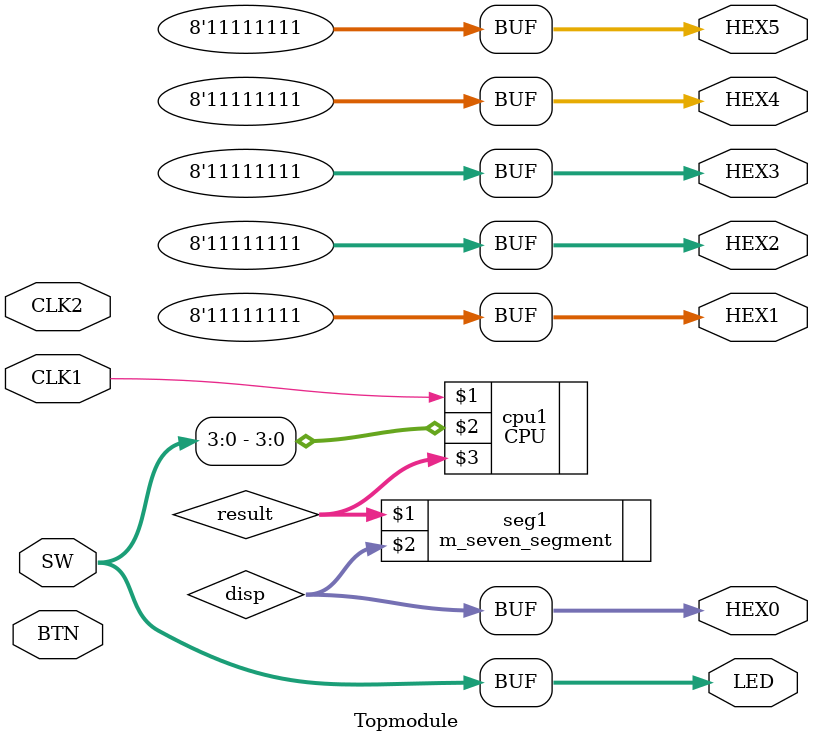
<source format=v>
module Topmodule(
    //////////// CLOCK //////////
	input 		          		CLK1,
	input 		          		CLK2,
	//////////// SEG7 //////////
	output		     [7:0]		HEX0,
	output		     [7:0]		HEX1,
	output		     [7:0]		HEX2,
	output		     [7:0]		HEX3,
	output		     [7:0]		HEX4,
	output		     [7:0]		HEX5,
	//////////// Push Button //////////
	input 		     [1:0]		BTN,
	//////////// LED //////////
	output		     [9:0]		LED,
	//////////// SW //////////
	input 		     [9:0]		SW
);

    //wire button;    //チャタリング除去後のボタン
	wire [7:0] disp;	//HEX0表示用
	wire [3:0] result;	//CPUからの結果

	//wire clk;
	//assign clk=~button;		//押されたとき0なので反転しておく

	//m_chattering c1(CLK1,BTN[0],button);

	CPU cpu1(CLK1,SW[3:0],result);

	m_seven_segment seg1(result,disp);

    assign LED=SW;
	assign HEX0=disp;
	assign HEX1=8'hff;
	assign HEX2=8'hff;
	assign HEX3=8'hff;
	assign HEX4=8'hff;
	assign HEX5=8'hff;

endmodule
</source>
